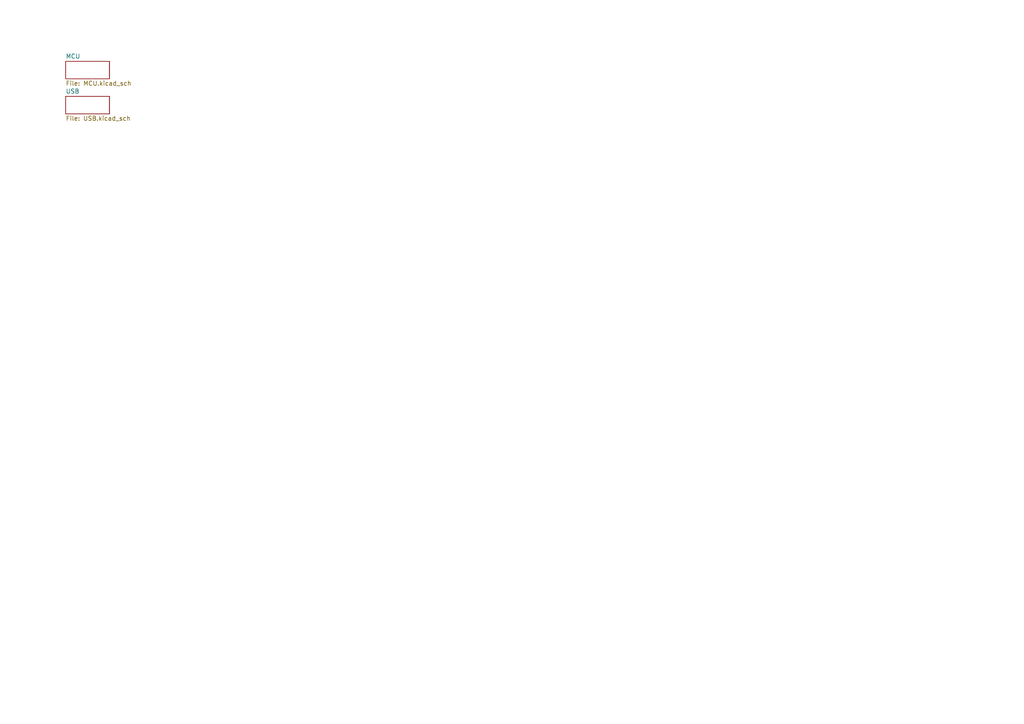
<source format=kicad_sch>
(kicad_sch
	(version 20231120)
	(generator "eeschema")
	(generator_version "8.0")
	(uuid "687c7ae9-6ddd-479c-b536-3da1a83a559b")
	(paper "A4")
	(lib_symbols)
	(sheet
		(at 19.05 27.94)
		(size 12.7 5.08)
		(fields_autoplaced yes)
		(stroke
			(width 0.1524)
			(type solid)
		)
		(fill
			(color 0 0 0 0.0000)
		)
		(uuid "1a7255e3-a9fe-40c2-adc4-0b65fb9a09a8")
		(property "Sheetname" "USB"
			(at 19.05 27.2284 0)
			(effects
				(font
					(size 1.27 1.27)
				)
				(justify left bottom)
			)
		)
		(property "Sheetfile" "USB.kicad_sch"
			(at 19.05 33.6046 0)
			(effects
				(font
					(size 1.27 1.27)
				)
				(justify left top)
			)
		)
		(instances
			(project "Calculator"
				(path "/687c7ae9-6ddd-479c-b536-3da1a83a559b"
					(page "3")
				)
			)
		)
	)
	(sheet
		(at 19.05 17.78)
		(size 12.7 5.08)
		(fields_autoplaced yes)
		(stroke
			(width 0.1524)
			(type solid)
		)
		(fill
			(color 0 0 0 0.0000)
		)
		(uuid "df5c6bbb-7be1-4171-bc8f-c8d1d1319a2c")
		(property "Sheetname" "MCU"
			(at 19.05 17.0684 0)
			(effects
				(font
					(size 1.27 1.27)
				)
				(justify left bottom)
			)
		)
		(property "Sheetfile" "MCU.kicad_sch"
			(at 19.05 23.4446 0)
			(effects
				(font
					(size 1.27 1.27)
				)
				(justify left top)
			)
		)
		(instances
			(project "Calculator"
				(path "/687c7ae9-6ddd-479c-b536-3da1a83a559b"
					(page "2")
				)
			)
		)
	)
	(sheet_instances
		(path "/"
			(page "1")
		)
	)
)

</source>
